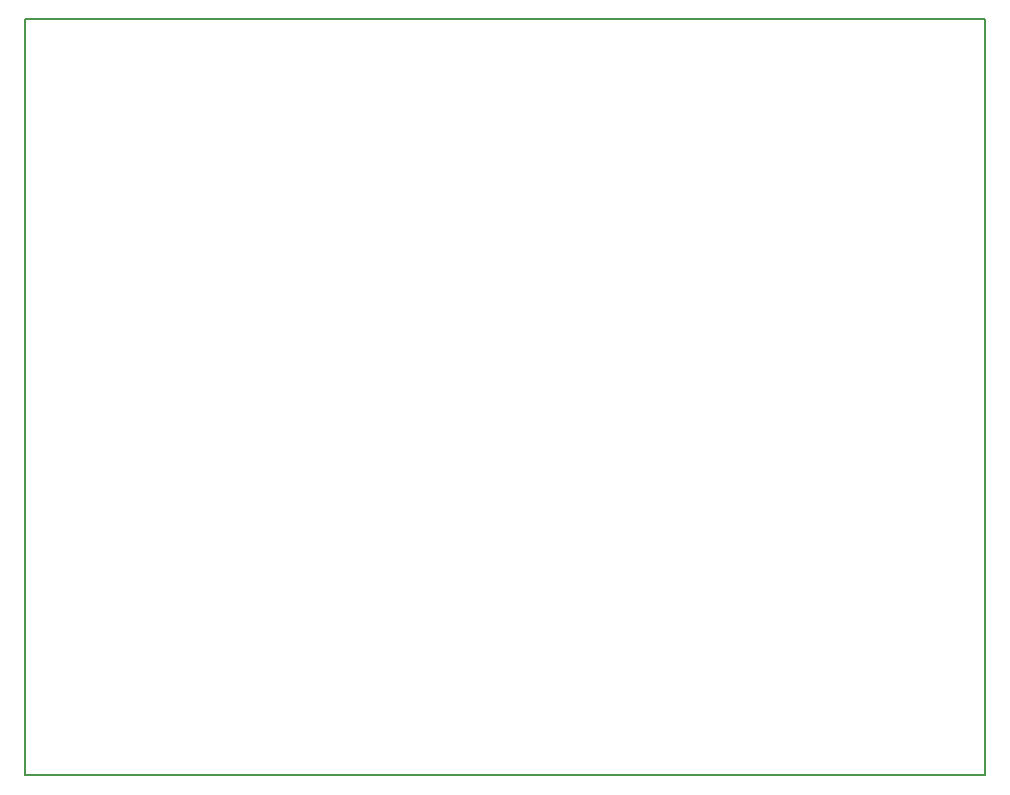
<source format=gbr>
G04 #@! TF.FileFunction,Profile,NP*
%FSLAX46Y46*%
G04 Gerber Fmt 4.6, Leading zero omitted, Abs format (unit mm)*
G04 Created by KiCad (PCBNEW 4.0.7) date 07/05/18 11:54:09*
%MOMM*%
%LPD*%
G01*
G04 APERTURE LIST*
%ADD10C,0.100000*%
%ADD11C,0.150000*%
G04 APERTURE END LIST*
D10*
D11*
X73152000Y-92456000D02*
X73152000Y-28448000D01*
X154432000Y-92456000D02*
X73152000Y-92456000D01*
X154432000Y-91440000D02*
X154432000Y-92456000D01*
X154432000Y-28448000D02*
X154432000Y-91440000D01*
X73152000Y-28448000D02*
X154432000Y-28448000D01*
M02*

</source>
